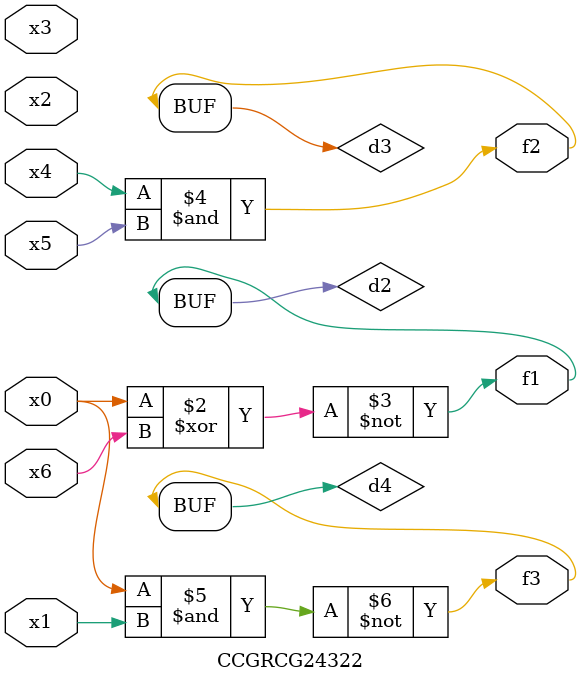
<source format=v>
module CCGRCG24322(
	input x0, x1, x2, x3, x4, x5, x6,
	output f1, f2, f3
);

	wire d1, d2, d3, d4;

	nor (d1, x0);
	xnor (d2, x0, x6);
	and (d3, x4, x5);
	nand (d4, x0, x1);
	assign f1 = d2;
	assign f2 = d3;
	assign f3 = d4;
endmodule

</source>
